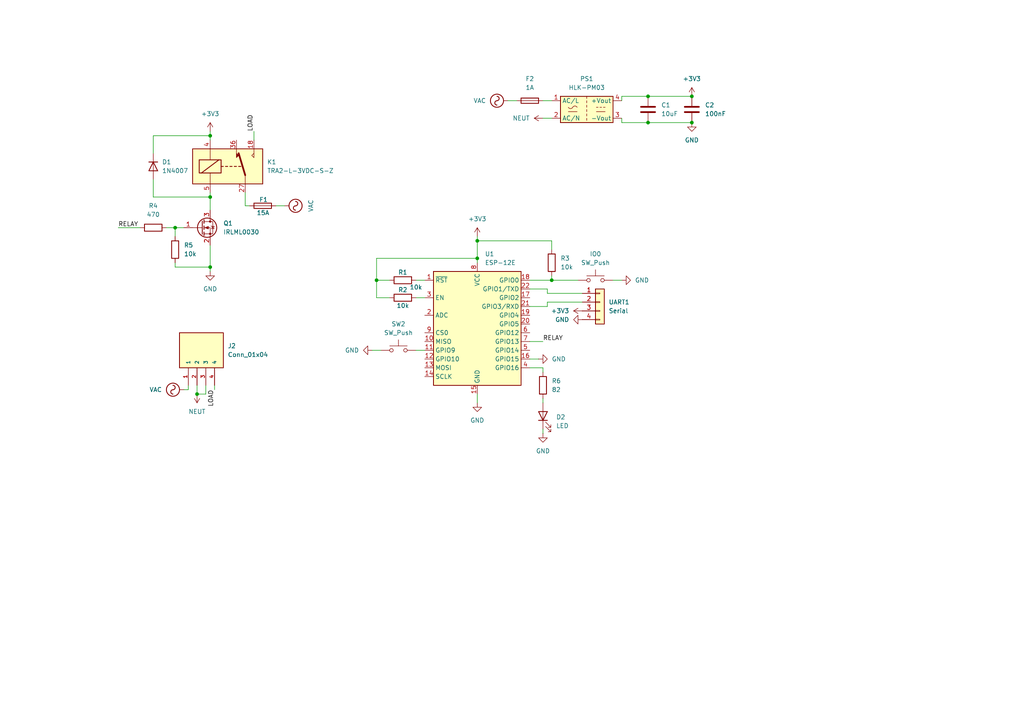
<source format=kicad_sch>
(kicad_sch (version 20231120) (generator "eeschema") (generator_version "8.0")
  (paper "A4")
  (lib_symbols
    (symbol "Connector_Generic:Conn_01x04" (pin_names (offset 1.016) hide)
      (property "Reference" "J" (at 0 5.08 0))
      (property "Value" "Conn_01x04" (at 0 -7.62 0))
      (symbol "Conn_01x04_1_1"
        (rectangle (start -1.27 -4.953) (end 0 -5.207) (stroke (width 0.1524)))
        (rectangle (start -1.27 -2.413) (end 0 -2.667) (stroke (width 0.1524)))
        (rectangle (start -1.27 0.127) (end 0 -0.127) (stroke (width 0.1524)))
        (rectangle (start -1.27 2.667) (end 0 2.413) (stroke (width 0.1524)))
        (rectangle (start -1.27 3.81) (end 1.27 -6.35) (stroke (width 0.254)) (fill (type background)))
        (pin passive line (at -5.08 2.54 0) (length 3.81) (name "Pin_1") (number "1"))
        (pin passive line (at -5.08 0 0) (length 3.81) (name "Pin_2") (number "2"))
        (pin passive line (at -5.08 -2.54 0) (length 3.81) (name "Pin_3") (number "3"))
        (pin passive line (at -5.08 -5.08 0) (length 3.81) (name "Pin_4") (number "4"))
      )
    )
    (symbol "Converter_ACDC:HLK-PM03"
      (property "Reference" "PS" (at 0 5.08 0))
      (property "Value" "HLK-PM03" (at 0 -5.08 0))
      (symbol "HLK-PM03_0_1"
        (rectangle (start -7.62 3.81) (end 7.62 -3.81) (stroke (width 0.254)) (fill (type background)))
        (arc (start -5.334 0.635) (mid -4.699 0.2495) (end -4.064 0.635))
        (arc (start -2.794 0.635) (mid -3.429 1.0072) (end -4.064 0.635))
        (polyline (pts (xy -5.334 -0.635) (xy -2.794 -0.635)))
        (polyline (pts (xy 0 -2.54) (xy 0 -3.175)))
        (polyline (pts (xy 0 -1.27) (xy 0 -1.905)))
        (polyline (pts (xy 0 0) (xy 0 -0.635)))
        (polyline (pts (xy 0 1.27) (xy 0 0.635)))
        (polyline (pts (xy 0 2.54) (xy 0 1.905)))
        (polyline (pts (xy 0 3.81) (xy 0 3.175)))
        (polyline (pts (xy 2.794 -0.635) (xy 5.334 -0.635)))
        (polyline (pts (xy 2.794 0.635) (xy 3.302 0.635)))
        (polyline (pts (xy 3.81 0.635) (xy 4.318 0.635)))
        (polyline (pts (xy 4.826 0.635) (xy 5.334 0.635)))
      )
      (symbol "HLK-PM03_1_1"
        (pin power_in line (at -10.16 2.54 0) (length 2.54) (name "AC/L") (number "1"))
        (pin power_in line (at -10.16 -2.54 0) (length 2.54) (name "AC/N") (number "2"))
        (pin power_out line (at 10.16 -2.54 180) (length 2.54) (name "-Vout") (number "3"))
        (pin power_out line (at 10.16 2.54 180) (length 2.54) (name "+Vout") (number "4"))
      )
    )
    (symbol "Device:C" (pin_numbers hide) (pin_names (offset 0.254))
      (property "Reference" "C" (at 0.635 2.54 0))
      (property "Value" "C" (at 0.635 -2.54 0))
      (symbol "C_0_1"
        (polyline (pts (xy -2.032 -0.762) (xy 2.032 -0.762)) (stroke (width 0.508)))
        (polyline (pts (xy -2.032 0.762) (xy 2.032 0.762)) (stroke (width 0.508)))
      )
      (symbol "C_1_1"
        (pin passive line (at 0 3.81 270) (length 2.794) (name "~") (number "1"))
        (pin passive line (at 0 -3.81 90) (length 2.794) (name "~") (number "2"))
      )
    )
    (symbol "Device:D" (pin_numbers hide) (pin_names (offset 1.016) hide)
      (property "Reference" "D" (at 0 2.54 0))
      (property "Value" "D" (at 0 -2.54 0))
      (symbol "D_0_1"
        (polyline (pts (xy -1.27 1.27) (xy -1.27 -1.27)) (stroke (width 0.254)))
        (polyline (pts (xy 1.27 0) (xy -1.27 0)))
        (polyline (pts (xy 1.27 1.27) (xy 1.27 -1.27) (xy -1.27 0) (xy 1.27 1.27)) (stroke (width 0.254)))
      )
      (symbol "D_1_1"
        (pin passive line (at -3.81 0 0) (length 2.54) (name "K") (number "1"))
        (pin passive line (at 3.81 0 180) (length 2.54) (name "A") (number "2"))
      )
    )
    (symbol "Device:Fuse" (pin_numbers hide) (pin_names (offset 0))
      (property "Reference" "F" (at 2.032 0 90))
      (property "Value" "Fuse" (at -1.905 0 90))
      (symbol "Fuse_0_1"
        (rectangle (start -0.762 -2.54) (end 0.762 2.54) (stroke (width 0.254)))
        (polyline (pts (xy 0 2.54) (xy 0 -2.54)))
      )
      (symbol "Fuse_1_1"
        (pin passive line (at 0 3.81 270) (length 1.27) (name "~") (number "1"))
        (pin passive line (at 0 -3.81 90) (length 1.27) (name "~") (number "2"))
      )
    )
    (symbol "Device:LED" (pin_numbers hide) (pin_names (offset 1.016) hide)
      (property "Reference" "D" (at 0 2.54 0))
      (property "Value" "LED" (at 0 -2.54 0))
      (symbol "LED_0_1"
        (polyline (pts (xy -1.27 -1.27) (xy -1.27 1.27)) (stroke (width 0.254)))
        (polyline (pts (xy -1.27 0) (xy 1.27 0)))
        (polyline (pts (xy 1.27 -1.27) (xy 1.27 1.27) (xy -1.27 0) (xy 1.27 -1.27)) (stroke (width 0.254)))
        (polyline (pts (xy -3.048 -0.762) (xy -4.572 -2.286) (xy -3.81 -2.286) (xy -4.572 -2.286) (xy -4.572 -1.524)))
        (polyline (pts (xy -1.778 -0.762) (xy -3.302 -2.286) (xy -2.54 -2.286) (xy -3.302 -2.286) (xy -3.302 -1.524)))
      )
      (symbol "LED_1_1"
        (pin passive line (at -3.81 0 0) (length 2.54) (name "K") (number "1"))
        (pin passive line (at 3.81 0 180) (length 2.54) (name "A") (number "2"))
      )
    )
    (symbol "Device:R" (pin_numbers hide) (pin_names (offset 0))
      (property "Reference" "R" (at 2.032 0 90))
      (property "Value" "R" (at 0 0 90))
      (symbol "R_0_1"
        (rectangle (start -1.016 -2.54) (end 1.016 2.54) (stroke (width 0.254)))
      )
      (symbol "R_1_1"
        (pin passive line (at 0 3.81 270) (length 1.27) (name "~") (number "1"))
        (pin passive line (at 0 -3.81 90) (length 1.27) (name "~") (number "2"))
      )
    )
    (symbol "RF_Module:ESP-12E"
      (property "Reference" "U" (at -12.7 19.05 0))
      (property "Value" "ESP-12E" (at 12.7 19.05 0))
      (symbol "ESP-12E_0_1"
        (rectangle (start -12.7 17.78) (end 12.7 -15.24) (stroke (width 0.254)) (fill (type background)))
      )
      (symbol "ESP-12E_1_1"
        (pin input line (at -15.24 15.24 0) (length 2.54) (name "~{RST}") (number "1"))
        (pin bidirectional line (at -15.24 -2.54 0) (length 2.54) (name "MISO") (number "10"))
        (pin bidirectional line (at -15.24 -5.08 0) (length 2.54) (name "GPIO9") (number "11"))
        (pin bidirectional line (at -15.24 -7.62 0) (length 2.54) (name "GPIO10") (number "12"))
        (pin bidirectional line (at -15.24 -10.16 0) (length 2.54) (name "MOSI") (number "13"))
        (pin bidirectional line (at -15.24 -12.7 0) (length 2.54) (name "SCLK") (number "14"))
        (pin power_in line (at 0 -17.78 90) (length 2.54) (name "GND") (number "15"))
        (pin bidirectional line (at 15.24 -7.62 180) (length 2.54) (name "GPIO15") (number "16"))
        (pin bidirectional line (at 15.24 10.16 180) (length 2.54) (name "GPIO2") (number "17"))
        (pin bidirectional line (at 15.24 15.24 180) (length 2.54) (name "GPIO0") (number "18"))
        (pin bidirectional line (at 15.24 5.08 180) (length 2.54) (name "GPIO4") (number "19"))
        (pin input line (at -15.24 5.08 0) (length 2.54) (name "ADC") (number "2"))
        (pin bidirectional line (at 15.24 2.54 180) (length 2.54) (name "GPIO5") (number "20"))
        (pin bidirectional line (at 15.24 7.62 180) (length 2.54) (name "GPIO3/RXD") (number "21"))
        (pin bidirectional line (at 15.24 12.7 180) (length 2.54) (name "GPIO1/TXD") (number "22"))
        (pin input line (at -15.24 10.16 0) (length 2.54) (name "EN") (number "3"))
        (pin bidirectional line (at 15.24 -10.16 180) (length 2.54) (name "GPIO16") (number "4"))
        (pin bidirectional line (at 15.24 -5.08 180) (length 2.54) (name "GPIO14") (number "5"))
        (pin bidirectional line (at 15.24 0 180) (length 2.54) (name "GPIO12") (number "6"))
        (pin bidirectional line (at 15.24 -2.54 180) (length 2.54) (name "GPIO13") (number "7"))
        (pin power_in line (at 0 20.32 270) (length 2.54) (name "VCC") (number "8"))
        (pin input line (at -15.24 0 0) (length 2.54) (name "CS0") (number "9"))
      )
    )
    (symbol "Switch:SW_Push" (pin_numbers hide) (pin_names (offset 1.016) hide)
      (property "Reference" "SW" (at 1.27 2.54 0))
      (property "Value" "SW_Push" (at 0 -1.524 0))
      (symbol "SW_Push_0_1"
        (circle (center -2.032 0) (radius 0.508))
        (polyline (pts (xy 0 1.27) (xy 0 3.048)))
        (polyline (pts (xy 2.54 1.27) (xy -2.54 1.27)))
        (circle (center 2.032 0) (radius 0.508))
        (pin passive line (at -5.08 0 0) (length 2.54) (name "1") (number "1"))
        (pin passive line (at 5.08 0 180) (length 2.54) (name "2") (number "2"))
      )
    )
    (symbol "TBP01R2-508-04BE:TBP01R2-508-04BE" (pin_names (offset 1.016))
      (property "Reference" "J" (at -5.58 7.62 0))
      (property "Value" "TBP01R2-508-04BE" (at -5.08 -7.62 0))
      (symbol "TBP01R2-508-04BE_0_0"
        (rectangle (start -5.08 -5.08) (end 5.08 7.62) (stroke (width 0.254)) (fill (type background)))
        (pin passive line (at -10.16 5.08 0) (length 5.08) (name "1") (number "1"))
        (pin passive line (at -10.16 2.54 0) (length 5.08) (name "2") (number "2"))
        (pin passive line (at -10.16 0 0) (length 5.08) (name "3") (number "3"))
        (pin passive line (at -10.16 -2.54 0) (length 5.08) (name "4") (number "4"))
      )
    )
    (symbol "TRA2:TRA2-L-3VDC-S-Z"
      (property "Reference" "K" (at 11.43 3.81 0))
      (property "Value" "TRA2-L-3VDC-S-Z" (at 11.43 1.27 0))
      (symbol "TRA2-L-3VDC-S-Z_0_0"
        (polyline (pts (xy 7.62 5.08) (xy 7.62 2.54) (xy 6.985 3.175) (xy 7.62 3.81)))
      )
      (symbol "TRA2-L-3VDC-S-Z_0_1"
        (rectangle (start -10.16 5.08) (end 10.16 -5.08) (stroke (width 0.254)) (fill (type background)))
        (rectangle (start -8.255 1.905) (end -1.905 -1.905) (stroke (width 0.254)))
        (polyline (pts (xy -7.62 -1.905) (xy -2.54 1.905)) (stroke (width 0.254)))
        (polyline (pts (xy -5.08 -5.08) (xy -5.08 -1.905)))
        (polyline (pts (xy -5.08 5.08) (xy -5.08 1.905)))
        (polyline (pts (xy -1.905 0) (xy -1.27 0)) (stroke (width 0.254)))
        (polyline (pts (xy -0.635 0) (xy 0 0)) (stroke (width 0.254)))
        (polyline (pts (xy 0.635 0) (xy 1.27 0)) (stroke (width 0.254)))
        (polyline (pts (xy 1.905 0) (xy 2.54 0)) (stroke (width 0.254)))
        (polyline (pts (xy 3.175 0) (xy 3.81 0)) (stroke (width 0.254)))
        (polyline (pts (xy 5.08 -2.54) (xy 3.175 3.81)) (stroke (width 0.508)))
        (polyline (pts (xy 5.08 -2.54) (xy 5.08 -5.08)))
        (polyline (pts (xy 2.54 5.08) (xy 2.54 2.54) (xy 3.175 3.175) (xy 2.54 3.81)) (fill (type outline)))
      )
      (symbol "TRA2-L-3VDC-S-Z_1_1"
        (pin passive line (at 7.62 7.62 270) (length 2.54) (name "~") (number "18"))
        (pin passive line (at 5.08 -7.62 90) (length 2.54) (name "~") (number "27"))
        (pin passive line (at 2.54 7.62 270) (length 2.54) (name "~") (number "36"))
        (pin passive line (at -5.08 7.62 270) (length 2.54) (name "~") (number "4"))
        (pin passive line (at -5.08 -7.62 90) (length 2.54) (name "~") (number "5"))
      )
    )
    (symbol "Transistor_FET:IRLML0030" (pin_names hide)
      (property "Reference" "Q" (at 5.08 1.905 0))
      (property "Value" "IRLML0030" (at 5.08 0 0))
      (symbol "IRLML0030_0_1"
        (polyline (pts (xy 0.254 0) (xy -2.54 0)))
        (polyline (pts (xy 0.254 1.905) (xy 0.254 -1.905)) (stroke (width 0.254)))
        (polyline (pts (xy 0.762 -1.27) (xy 0.762 -2.286)) (stroke (width 0.254)))
        (polyline (pts (xy 0.762 0.508) (xy 0.762 -0.508)) (stroke (width 0.254)))
        (polyline (pts (xy 0.762 2.286) (xy 0.762 1.27)) (stroke (width 0.254)))
        (polyline (pts (xy 2.54 2.54) (xy 2.54 1.778)))
        (polyline (pts (xy 2.54 -2.54) (xy 2.54 0) (xy 0.762 0)))
        (polyline (pts (xy 0.762 -1.778) (xy 3.302 -1.778) (xy 3.302 1.778) (xy 0.762 1.778)))
        (polyline (pts (xy 1.016 0) (xy 2.032 0.381) (xy 2.032 -0.381) (xy 1.016 0)) (fill (type outline)))
        (polyline (pts (xy 2.794 0.508) (xy 2.921 0.381) (xy 3.683 0.381) (xy 3.81 0.254)))
        (polyline (pts (xy 3.302 0.381) (xy 2.921 -0.254) (xy 3.683 -0.254) (xy 3.302 0.381)))
        (circle (center 1.651 0) (radius 2.794) (stroke (width 0.254)))
        (circle (center 2.54 -1.778) (radius 0.254) (fill (type outline)))
        (circle (center 2.54 1.778) (radius 0.254) (fill (type outline)))
      )
      (symbol "IRLML0030_1_1"
        (pin input line (at -5.08 0 0) (length 2.54) (name "G") (number "1"))
        (pin passive line (at 2.54 -5.08 90) (length 2.54) (name "S") (number "2"))
        (pin passive line (at 2.54 5.08 270) (length 2.54) (name "D") (number "3"))
      )
    )
    (symbol "power:+3V3" (power) (pin_numbers hide) (pin_names (offset 0) hide)
      (property "Value" "+3V3" (at 0 3.556 0))
      (symbol "+3V3_0_1"
        (polyline (pts (xy -0.762 1.27) (xy 0 2.54)))
        (polyline (pts (xy 0 0) (xy 0 2.54)))
        (polyline (pts (xy 0 2.54) (xy 0.762 1.27)))
      )
      (symbol "+3V3_1_1"
        (pin power_in line (at 0 0 90) (length 0) (name "~") (number "1"))
      )
    )
    (symbol "power:GND" (power) (pin_numbers hide) (pin_names (offset 0) hide)
      (property "Value" "GND" (at 0 -3.81 0))
      (symbol "GND_0_1"
        (polyline (pts (xy 0 0) (xy 0 -1.27) (xy 1.27 -1.27) (xy 0 -2.54) (xy -1.27 -1.27) (xy 0 -1.27)))
      )
      (symbol "GND_1_1"
        (pin power_in line (at 0 0 270) (length 0) (name "~") (number "1"))
      )
    )
    (symbol "power:NEUT" (power) (pin_numbers hide) (pin_names (offset 0) hide)
      (property "Value" "NEUT" (at 0 3.556 0))
      (symbol "NEUT_0_1"
        (polyline (pts (xy -0.762 1.27) (xy 0 2.54)))
        (polyline (pts (xy 0 0) (xy 0 2.54)))
        (polyline (pts (xy 0 2.54) (xy 0.762 1.27)))
      )
      (symbol "NEUT_1_1"
        (pin power_in line (at 0 0 90) (length 0) (name "~") (number "1"))
      )
    )
    (symbol "power:VAC" (power) (pin_numbers hide) (pin_names (offset 0) hide)
      (property "Value" "VAC" (at 0 6.35 0))
      (symbol "VAC_0_1"
        (polyline (pts (xy 0 0) (xy 0 1.27)))
        (arc (start 0 3.175) (mid -0.635 3.8073) (end -1.27 3.175) (stroke (width 0.254)))
        (arc (start 0 3.175) (mid 0.635 2.5427) (end 1.27 3.175) (stroke (width 0.254)))
        (circle (center 0 3.175) (radius 1.905) (stroke (width 0.254)))
      )
      (symbol "VAC_1_1"
        (pin power_in line (at 0 0 90) (length 0) (name "~") (number "1"))
      )
    )
  )
  (junction (at 57.15 114.3))
  (junction (at 138.43 69.85))
  (junction (at 200.66 35.56))
  (junction (at 50.8 66.04))
  (junction (at 200.66 27.94))
  (junction (at 160.02 81.28))
  (junction (at 187.96 27.94))
  (junction (at 109.22 81.28))
  (junction (at 60.96 39.37))
  (junction (at 138.43 74.93))
  (junction (at 187.96 35.56))
  (junction (at 60.96 77.47))
  (junction (at 60.96 57.15))
  (wire (pts (xy 180.34 29.21) (xy 180.34 27.94)))
  (wire (pts (xy 60.96 78.74) (xy 60.96 77.47)))
  (wire (pts (xy 120.65 101.6) (xy 123.19 101.6)))
  (wire (pts (xy 60.96 57.15) (xy 60.96 60.96)))
  (wire (pts (xy 34.29 66.04) (xy 40.64 66.04)))
  (wire (pts (xy 57.15 111.76) (xy 57.15 114.3)))
  (wire (pts (xy 113.03 86.36) (xy 109.22 86.36)))
  (wire (pts (xy 120.65 81.28) (xy 123.19 81.28)))
  (wire (pts (xy 107.95 101.6) (xy 110.49 101.6)))
  (wire (pts (xy 180.34 34.29) (xy 180.34 35.56)))
  (wire (pts (xy 44.45 57.15) (xy 60.96 57.15)))
  (wire (pts (xy 59.69 111.76) (xy 59.69 114.3)))
  (wire (pts (xy 113.03 81.28) (xy 109.22 81.28)))
  (wire (pts (xy 60.96 39.37) (xy 60.96 40.64)))
  (wire (pts (xy 50.8 66.04) (xy 53.34 66.04)))
  (wire (pts (xy 147.32 29.21) (xy 149.86 29.21)))
  (wire (pts (xy 44.45 44.45) (xy 44.45 39.37)))
  (wire (pts (xy 160.02 81.28) (xy 167.64 81.28)))
  (wire (pts (xy 158.75 88.9) (xy 158.75 87.63)))
  (wire (pts (xy 72.39 59.69) (xy 71.12 59.69)))
  (wire (pts (xy 177.8 81.28) (xy 180.34 81.28)))
  (wire (pts (xy 73.66 38.1) (xy 73.66 40.64)))
  (wire (pts (xy 48.26 66.04) (xy 50.8 66.04)))
  (wire (pts (xy 187.96 35.56) (xy 200.66 35.56)))
  (wire (pts (xy 153.67 99.06) (xy 157.48 99.06)))
  (wire (pts (xy 60.96 38.1) (xy 60.96 39.37)))
  (wire (pts (xy 158.75 83.82) (xy 153.67 83.82)))
  (wire (pts (xy 50.8 76.2) (xy 50.8 77.47)))
  (wire (pts (xy 60.96 55.88) (xy 60.96 57.15)))
  (wire (pts (xy 138.43 74.93) (xy 138.43 76.2)))
  (wire (pts (xy 158.75 87.63) (xy 168.91 87.63)))
  (wire (pts (xy 157.48 106.68) (xy 157.48 107.95)))
  (wire (pts (xy 50.8 66.04) (xy 50.8 68.58)))
  (wire (pts (xy 82.55 59.69) (xy 80.01 59.69)))
  (wire (pts (xy 153.67 106.68) (xy 157.48 106.68)))
  (wire (pts (xy 109.22 86.36) (xy 109.22 81.28)))
  (wire (pts (xy 138.43 69.85) (xy 138.43 74.93)))
  (wire (pts (xy 157.48 29.21) (xy 160.02 29.21)))
  (wire (pts (xy 138.43 114.3) (xy 138.43 116.84)))
  (wire (pts (xy 59.69 114.3) (xy 57.15 114.3)))
  (wire (pts (xy 157.48 124.46) (xy 157.48 125.73)))
  (wire (pts (xy 71.12 59.69) (xy 71.12 55.88)))
  (wire (pts (xy 160.02 81.28) (xy 160.02 80.01)))
  (wire (pts (xy 109.22 74.93) (xy 138.43 74.93)))
  (wire (pts (xy 138.43 68.58) (xy 138.43 69.85)))
  (wire (pts (xy 60.96 71.12) (xy 60.96 77.47)))
  (wire (pts (xy 120.65 86.36) (xy 123.19 86.36)))
  (wire (pts (xy 180.34 35.56) (xy 187.96 35.56)))
  (wire (pts (xy 187.96 27.94) (xy 200.66 27.94)))
  (wire (pts (xy 109.22 81.28) (xy 109.22 74.93)))
  (wire (pts (xy 153.67 81.28) (xy 160.02 81.28)))
  (wire (pts (xy 50.8 77.47) (xy 60.96 77.47)))
  (wire (pts (xy 153.67 104.14) (xy 156.21 104.14)))
  (wire (pts (xy 44.45 39.37) (xy 60.96 39.37)))
  (wire (pts (xy 157.48 34.29) (xy 160.02 34.29)))
  (wire (pts (xy 160.02 69.85) (xy 138.43 69.85)))
  (wire (pts (xy 62.23 111.76) (xy 62.23 113.03)))
  (wire (pts (xy 160.02 72.39) (xy 160.02 69.85)))
  (wire (pts (xy 153.67 88.9) (xy 158.75 88.9)))
  (wire (pts (xy 44.45 52.07) (xy 44.45 57.15)))
  (wire (pts (xy 54.61 113.03) (xy 54.61 111.76)))
  (wire (pts (xy 158.75 85.09) (xy 168.91 85.09)))
  (wire (pts (xy 158.75 85.09) (xy 158.75 83.82)))
  (wire (pts (xy 180.34 27.94) (xy 187.96 27.94)))
  (wire (pts (xy 157.48 115.57) (xy 157.48 116.84)))
  (wire (pts (xy 53.34 113.03) (xy 54.61 113.03)))
  (label "LOAD" (at 62.23 113.03 270))
  (label "RELAY" (at 157.48 99.06 0))
  (label "LOAD" (at 73.66 38.1 90))
  (label "RELAY" (at 34.29 66.04 0))
  (symbol (lib_id "power:GND") (at 200.66 35.56 0) (unit 1)
    (property "Reference" "#PWR02" (effects (hide yes)))
    (property "Value" "GND" (at 200.66 40.64 0))
    (property "Description" "Power symbol creates a global label with name \"GND\" , ground" (effects (hide yes)))
  )
  (symbol (lib_id "Device:LED") (at 157.48 120.65 90) (unit 1)
    (property "Reference" "D2" (at 161.29 120.9674 90) (effects (justify right)))
    (property "Value" "LED" (at 161.29 123.5074 90) (effects (justify right)))
    (property "Footprint" "LED_THT:LED_D3.0mm" (effects (hide yes)))
    (property "Description" "Light emitting diode" (effects (hide yes)))
    (property "Price" "19" (effects (hide yes)))
    (property "Purchase-URL" "https://www.chipdip.ru/product/l-1154gt" (effects (hide yes)))
  )
  (symbol (lib_id "power:VAC") (at 82.55 59.69 270) (unit 1)
    (property "Reference" "#PWR09" (effects (hide yes)))
    (property "Value" "VAC" (at 90.17 59.69 0))
    (property "Description" "Power symbol creates a global label with name \"VAC\"" (effects (hide yes)))
  )
  (symbol (lib_id "power:GND") (at 180.34 81.28 90) (unit 1)
    (property "Reference" "#PWR05" (effects (hide yes)))
    (property "Value" "GND" (at 184.15 81.2799 90) (effects (justify right)))
    (property "Description" "Power symbol creates a global label with name \"GND\" , ground" (effects (hide yes)))
  )
  (symbol (lib_id "Switch:SW_Push") (at 115.57 101.6 0) (unit 1)
    (property "Reference" "SW2" (at 115.57 93.98 0))
    (property "Value" "SW_Push" (at 115.57 96.52 0))
    (property "Footprint" "Connector_PinHeader_2.54mm:PinHeader_1x02_P2.54mm_Vertical" (effects (hide yes)))
    (property "Description" "Push button switch, generic, two pins" (effects (hide yes)))
    (property "Price" "33" (effects (hide yes)))
  )
  (symbol (lib_id "power:NEUT") (at 157.48 34.29 90) (unit 1)
    (property "Reference" "#PWR011" (effects (hide yes)))
    (property "Value" "NEUT" (at 153.67 34.2899 90) (effects (justify left)))
    (property "Description" "Power symbol creates a global label with name \"NEUT\"" (effects (hide yes)))
  )
  (symbol (lib_id "RF_Module:ESP-12E") (at 138.43 96.52 0) (unit 1)
    (property "Reference" "U1" (at 140.6241 73.66 0) (effects (justify left)))
    (property "Value" "ESP-12E" (at 140.6241 76.2 0) (effects (justify left)))
    (property "Footprint" "RF_Module:ESP-12E" (effects (hide yes)))
    (property "Datasheet" "http://wiki.ai-thinker.com/_media/esp8266/esp8266_series_modules_user_manual_v1.1.pdf" (effects (hide yes)))
    (property "Description" "802.11 b/g/n Wi-Fi Module" (effects (hide yes)))
    (property "Price" "100" (effects (hide yes)))
  )
  (symbol (lib_id "power:+3V3") (at 168.91 90.17 90) (unit 1)
    (property "Reference" "#PWR013" (effects (hide yes)))
    (property "Value" "+3V3" (at 165.1 90.1699 90) (effects (justify left)))
    (property "Description" "Power symbol creates a global label with name \"+3V3\"" (effects (hide yes)))
  )
  (symbol (lib_id "Device:C") (at 200.66 31.75 0) (unit 1)
    (property "Reference" "C2" (at 204.47 30.4799 0) (effects (justify left)))
    (property "Value" "100nF" (at 204.47 33.0199 0) (effects (justify left)))
    (property "Footprint" "Capacitor_SMD:C_1206_3216Metric_Pad1.33x1.80mm_HandSolder" (effects (hide yes)))
    (property "Description" "Unpolarized capacitor" (effects (hide yes)))
    (property "Price" "8" (effects (hide yes)))
  )
  (symbol (lib_id "Device:R") (at 44.45 66.04 270) (unit 1)
    (property "Reference" "R4" (at 44.45 59.69 90))
    (property "Value" "470" (at 44.45 62.23 90))
    (property "Footprint" "Resistor_SMD:R_1206_3216Metric_Pad1.30x1.75mm_HandSolder" (effects (hide yes)))
    (property "Description" "Resistor" (effects (hide yes)))
    (property "Price" "0,4" (effects (hide yes)))
  )
  (symbol (lib_id "power:GND") (at 60.96 78.74 0) (unit 1)
    (property "Reference" "#PWR07" (effects (hide yes)))
    (property "Value" "GND" (at 60.96 83.82 0))
    (property "Description" "Power symbol creates a global label with name \"GND\" , ground" (effects (hide yes)))
  )
  (symbol (lib_id "power:GND") (at 156.21 104.14 90) (unit 1)
    (property "Reference" "#PWR06" (effects (hide yes)))
    (property "Value" "GND" (at 160.02 104.1399 90) (effects (justify right)))
    (property "Description" "Power symbol creates a global label with name \"GND\" , ground" (effects (hide yes)))
  )
  (symbol (lib_id "power:+3V3") (at 60.96 38.1 0) (unit 1)
    (property "Reference" "#PWR08" (effects (hide yes)))
    (property "Value" "+3V3" (at 60.96 33.02 0))
    (property "Description" "Power symbol creates a global label with name \"+3V3\"" (effects (hide yes)))
  )
  (symbol (lib_id "Device:C") (at 187.96 31.75 0) (unit 1)
    (property "Reference" "C1" (at 191.77 30.4799 0) (effects (justify left)))
    (property "Value" "10uF" (at 191.77 33.0199 0) (effects (justify left)))
    (property "Footprint" "Capacitor_SMD:C_1206_3216Metric_Pad1.33x1.80mm_HandSolder" (effects (hide yes)))
    (property "Description" "Unpolarized capacitor" (effects (hide yes)))
    (property "Price" "24" (effects (hide yes)))
    (property "Purchase-URL" "https://www.chipdip.ru/product/grm31cr61a106k" (effects (hide yes)))
  )
  (symbol (lib_id "power:GND") (at 157.48 125.73 0) (unit 1)
    (property "Reference" "#PWR015" (effects (hide yes)))
    (property "Value" "GND" (at 157.48 130.81 0))
    (property "Description" "Power symbol creates a global label with name \"GND\" , ground" (effects (hide yes)))
  )
  (symbol (lib_id "Device:R") (at 50.8 72.39 0) (unit 1)
    (property "Reference" "R5" (at 53.34 71.1199 0) (effects (justify left)))
    (property "Value" "10k" (at 53.34 73.6599 0) (effects (justify left)))
    (property "Footprint" "Resistor_SMD:R_1206_3216Metric_Pad1.30x1.75mm_HandSolder" (effects (hide yes)))
    (property "Description" "Resistor" (effects (hide yes)))
    (property "Price" "0,4" (effects (hide yes)))
  )
  (symbol (lib_id "power:GND") (at 138.43 116.84 0) (unit 1)
    (property "Reference" "#PWR03" (effects (hide yes)))
    (property "Value" "GND" (at 138.43 121.92 0))
    (property "Description" "Power symbol creates a global label with name \"GND\" , ground" (effects (hide yes)))
  )
  (symbol (lib_id "power:VAC") (at 147.32 29.21 90) (unit 1)
    (property "Reference" "#PWR010" (effects (hide yes)))
    (property "Value" "VAC" (at 140.97 29.2099 90) (effects (justify left)))
    (property "Description" "Power symbol creates a global label with name \"VAC\"" (effects (hide yes)))
  )
  (symbol (lib_id "Device:D") (at 44.45 48.26 270) (unit 1)
    (property "Reference" "D1" (at 46.99 46.9899 90) (effects (justify left)))
    (property "Value" "1N4007" (at 46.99 49.5299 90) (effects (justify left)))
    (property "Footprint" "Diode_THT:D_A-405_P2.54mm_Vertical_KathodeUp" (effects (hide yes)))
    (property "Description" "Diode" (effects (hide yes)))
    (property "Sim.Device" "D" (effects (hide yes)))
    (property "Sim.Pins" "1=K 2=A" (effects (hide yes)))
    (property "Price" "0,8" (effects (hide yes)))
    (property "Purchase-URL" "https://aliexpress.ru/item/32731035430.html?sku_id=12000018078130628" (effects (hide yes)))
  )
  (symbol (lib_id "Transistor_FET:IRLML0030") (at 58.42 66.04 0) (unit 1)
    (property "Reference" "Q1" (at 64.77 64.7699 0) (effects (justify left)))
    (property "Value" "IRLML0030" (at 64.77 67.3099 0) (effects (justify left)))
    (property "Footprint" "Package_TO_SOT_SMD:SOT-23" (effects (hide yes)))
    (property "Datasheet" "https://www.infineon.com/dgdl/irlml0030pbf.pdf?fileId=5546d462533600a401535664773825df" (effects (hide yes)))
    (property "Description" "5.3A Id, 30V Vds, 27mOhm Rds, N-Channel HEXFET Power MOSFET, SOT-23" (effects (hide yes)))
    (property "Price" "19" (effects (hide yes)))
    (property "Purchase-URL" "https://www.chipdip.ru/product0/8017689792" (effects (hide yes)))
  )
  (symbol (lib_id "power:+3V3") (at 200.66 27.94 0) (unit 1)
    (property "Reference" "#PWR01" (effects (hide yes)))
    (property "Value" "+3V3" (at 200.66 22.86 0))
    (property "Description" "Power symbol creates a global label with name \"+3V3\"" (effects (hide yes)))
  )
  (symbol (lib_id "Device:R") (at 116.84 81.28 90) (unit 1)
    (property "Reference" "R1" (at 116.84 78.994 90))
    (property "Value" "10k" (at 120.65 83.312 90))
    (property "Footprint" "Resistor_SMD:R_1206_3216Metric_Pad1.30x1.75mm_HandSolder" (effects (hide yes)))
    (property "Description" "Resistor" (effects (hide yes)))
    (property "Price" "0,4" (effects (hide yes)))
  )
  (symbol (lib_id "Device:Fuse") (at 76.2 59.69 270) (unit 1)
    (property "Reference" "F1" (at 75.184 57.912 90) (effects (justify left)))
    (property "Value" "15A" (at 74.422 61.722 90) (effects (justify left)))
    (property "Footprint" "Fuse:Fuse_Littelfuse_395Series" (effects (hide yes)))
    (property "Description" "Fuse" (effects (hide yes)))
    (property "Price" "44" (effects (hide yes)))
    (property "Purchase-URL" "https://aliexpress.ru/item/1005002933092692.html?sku_id=12000022861386493" (effects (hide yes)))
  )
  (symbol (lib_id "Device:Fuse") (at 153.67 29.21 90) (unit 1)
    (property "Reference" "F2" (at 153.67 22.86 90))
    (property "Value" "1A" (at 153.67 25.4 90))
    (property "Footprint" "Fuse:Fuse_Littelfuse_395Series" (effects (hide yes)))
    (property "Description" "Fuse" (effects (hide yes)))
    (property "Price" "39" (effects (hide yes)))
    (property "Purchase-URL" "https://www.chipdip.ru/product/mf02s84-1000-1" (effects (hide yes)))
  )
  (symbol (lib_id "power:VAC") (at 53.34 113.03 90) (unit 1)
    (property "Reference" "#PWR017" (effects (hide yes)))
    (property "Value" "VAC" (at 46.99 113.0299 90) (effects (justify left)))
    (property "Description" "Power symbol creates a global label with name \"VAC\"" (effects (hide yes)))
  )
  (symbol (lib_id "power:GND") (at 107.95 101.6 270) (unit 1)
    (property "Reference" "#PWR014" (effects (hide yes)))
    (property "Value" "GND" (at 104.14 101.5999 90) (effects (justify right)))
    (property "Description" "Power symbol creates a global label with name \"GND\" , ground" (effects (hide yes)))
  )
  (symbol (lib_id "power:+3V3") (at 138.43 68.58 0) (unit 1)
    (property "Reference" "#PWR04" (effects (hide yes)))
    (property "Value" "+3V3" (at 138.43 63.5 0))
    (property "Description" "Power symbol creates a global label with name \"+3V3\"" (effects (hide yes)))
  )
  (symbol (lib_id "Switch:SW_Push") (at 172.72 81.28 0) (unit 1)
    (property "Reference" "IO0" (at 172.72 73.66 0))
    (property "Value" "SW_Push" (at 172.72 76.2 0))
    (property "Footprint" "Resistor_SMD:R_0805_2012Metric_Pad1.20x1.40mm_HandSolder" (effects (hide yes)))
    (property "Description" "Push button switch, generic, two pins" (effects (hide yes)))
  )
  (symbol (lib_id "TRA2:TRA2-L-3VDC-S-Z") (at 66.04 48.26 0) (unit 1)
    (property "Reference" "K1" (at 77.47 46.9899 0) (effects (justify left)))
    (property "Value" "TRA2-L-3VDC-S-Z" (at 77.47 49.5299 0) (effects (justify left)))
    (property "Footprint" "relay:TRA2" (effects (hide yes)))
    (property "Datasheet" "https://www.finder-relais.net/de/finder-relais-serie-40.pdf" (effects (hide yes)))
    (property "Description" "PCB SPDT relay, 10A" (effects (hide yes)))
    (property "Price" "88" (effects (hide yes)))
    (property "Purchase-URL" "https://www.chipdip.ru/product0/8025423609" (effects (hide yes)))
  )
  (symbol (lib_id "Converter_ACDC:HLK-PM03") (at 170.18 31.75 0) (unit 1)
    (property "Reference" "PS1" (at 170.18 22.86 0))
    (property "Value" "HLK-PM03" (at 170.18 25.4 0))
    (property "Footprint" "Converter_ACDC:Converter_ACDC_Hi-Link_HLK-PMxx" (effects (hide yes)))
    (property "Datasheet" "https://h.hlktech.com/download/ACDC%E7%94%B5%E6%BA%90%E6%A8%A1%E5%9D%973W%E7%B3%BB%E5%88%97/1/%E6%B5%B7%E5%87%8C%E7%A7%913W%E7%B3%BB%E5%88%97%E7%94%B5%E6%BA%90%E6%A8%A1%E5%9D%97%E8%A7%84%E6%A0%BC%E4%B9%A6V2.8.pdf" (effects (hide yes)))
    (property "Description" "Compact AC/DC board mount power module 3W 3V3" (effects (hide yes)))
    (property "Price" "170" (effects (hide yes)))
  )
  (symbol (lib_id "Connector_Generic:Conn_01x04") (at 173.99 87.63 0) (unit 1)
    (property "Reference" "UART1" (at 176.53 87.6299 0) (effects (justify left)))
    (property "Value" "Serial" (at 176.53 90.1699 0) (effects (justify left)))
    (property "Footprint" "Connector_PinHeader_2.54mm:PinHeader_1x04_P2.54mm_Vertical" (effects (hide yes)))
    (property "Description" "Generic connector, single row, 01x04, script generated (kicad-library-utils/schlib/autogen/connector/)" (effects (hide yes)))
  )
  (symbol (lib_id "Device:R") (at 116.84 86.36 90) (unit 1)
    (property "Reference" "R2" (at 116.84 84.074 90))
    (property "Value" "10k" (at 116.84 88.646 90))
    (property "Footprint" "Resistor_SMD:R_1206_3216Metric_Pad1.30x1.75mm_HandSolder" (effects (hide yes)))
    (property "Description" "Resistor" (effects (hide yes)))
    (property "Price" "0,4" (effects (hide yes)))
  )
  (symbol (lib_id "Device:R") (at 160.02 76.2 180) (unit 1)
    (property "Reference" "R3" (at 162.56 74.9299 0) (effects (justify right)))
    (property "Value" "10k" (at 162.56 77.4699 0) (effects (justify right)))
    (property "Footprint" "Resistor_SMD:R_1206_3216Metric_Pad1.30x1.75mm_HandSolder" (effects (hide yes)))
    (property "Description" "Resistor" (effects (hide yes)))
    (property "Price" "0,4" (effects (hide yes)))
  )
  (symbol (lib_id "Device:R") (at 157.48 111.76 0) (unit 1)
    (property "Reference" "R6" (at 160.02 110.4899 0) (effects (justify left)))
    (property "Value" "82" (at 160.02 113.0299 0) (effects (justify left)))
    (property "Footprint" "Resistor_SMD:R_1206_3216Metric_Pad1.30x1.75mm_HandSolder" (effects (hide yes)))
    (property "Description" "Resistor" (effects (hide yes)))
    (property "Price" "0,4" (effects (hide yes)))
  )
  (symbol (lib_id "TBP01R2-508-04BE:TBP01R2-508-04BE") (at 59.69 101.6 90) (unit 1)
    (property "Reference" "J2" (at 66.04 100.3299 90) (effects (justify right)))
    (property "Value" "Conn_01x04" (at 66.04 102.8699 90) (effects (justify right)))
    (property "Footprint" "libs:CUI_TBP01R2-508-04BE" (effects (hide yes)))
    (property "Description" "Generic connector, single row, 01x04, script generated (kicad-library-utils/schlib/autogen/connector/)" (effects (hide yes)))
    (property "MF" "CUI Devices" (effects (hide yes)))
    (property "Description_1" "2~24 Poles, Pluggable, Receptacle, Vertical, 5.08 Pitch, Terminal Block Connector" (effects (hide yes)))
    (property "Package" "None" (effects (hide yes)))
    (property "Price" "33" (effects (hide yes)))
    (property "Check_prices" "https://www.snapeda.com/parts/TBP01R2-508-04BE/CUI+Devices/view-part/?ref=eda" (effects (hide yes)))
    (property "STANDARD" "Manufacturer Recommendations" (effects (hide yes)))
    (property "SnapEDA_Link" "https://www.snapeda.com/parts/TBP01R2-508-04BE/CUI+Devices/view-part/?ref=snap" (effects (hide yes)))
    (property "MP" "TBP01R2-508-04BE" (effects (hide yes)))
    (property "Purchase-URL" "https://www.chipdip.ru/product/300-041-12" (effects (hide yes)))
    (property "CUI_purchase_URL" "https://www.cuidevices.com/product/interconnect/connectors/terminal-blocks/tbp01r2-508-series?utm_source=snapeda.com&utm_medium=referral&utm_campaign=snapedaBOM" (effects (hide yes)))
    (property "Availability" "In Stock" (effects (hide yes)))
    (property "MANUFACTURER" "CUI" (effects (hide yes)))
  )
  (symbol (lib_id "power:GND") (at 168.91 92.71 270) (unit 1)
    (property "Reference" "#PWR012" (effects (hide yes)))
    (property "Value" "GND" (at 165.1 92.7099 90) (effects (justify right)))
    (property "Description" "Power symbol creates a global label with name \"GND\" , ground" (effects (hide yes)))
  )
  (symbol (lib_id "power:NEUT") (at 57.15 114.3 180) (unit 1)
    (property "Reference" "#PWR016" (effects (hide yes)))
    (property "Value" "NEUT" (at 57.15 119.38 0))
    (property "Description" "Power symbol creates a global label with name \"NEUT\"" (effects (hide yes)))
  )
)
</source>
